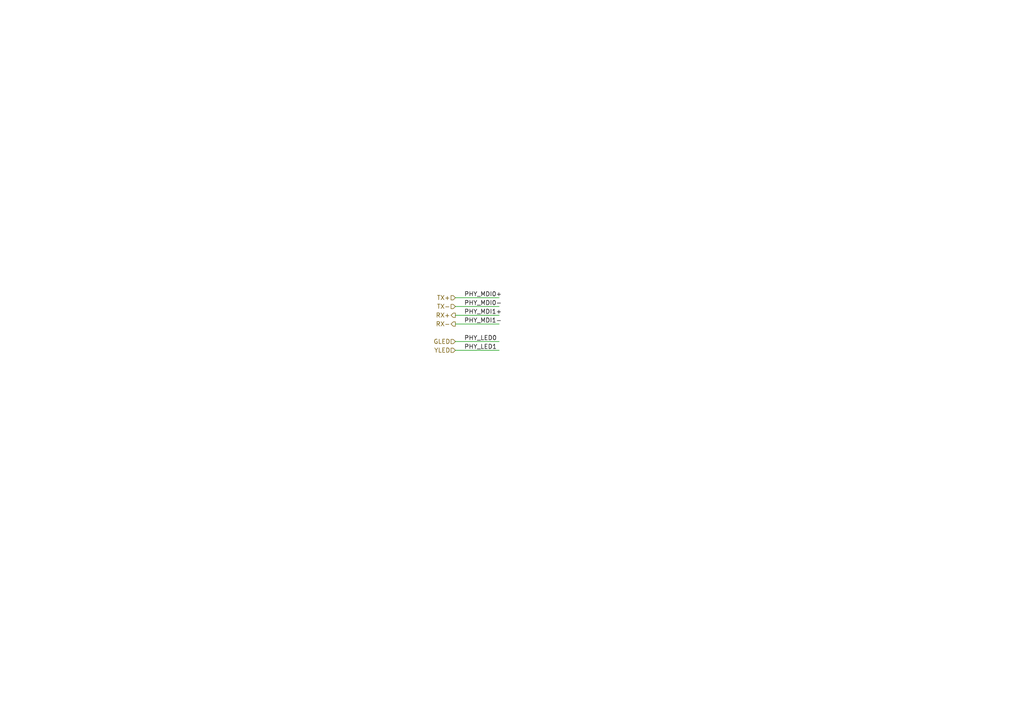
<source format=kicad_sch>
(kicad_sch
	(version 20250114)
	(generator "eeschema")
	(generator_version "9.0")
	(uuid "1b91038a-213e-4934-a8b1-0e64ec9807d5")
	(paper "A4")
	(title_block
		(date "2026-01-09")
		(rev "1.0.0")
	)
	(lib_symbols)
	(wire
		(pts
			(xy 132.08 101.6) (xy 144.78 101.6)
		)
		(stroke
			(width 0)
			(type default)
		)
		(uuid "25e60fc6-ffb5-445f-bc8e-709b9c106ca1")
	)
	(wire
		(pts
			(xy 132.08 91.44) (xy 144.78 91.44)
		)
		(stroke
			(width 0)
			(type default)
		)
		(uuid "2d8501e1-0393-412b-bad4-0ea36ebbe9e7")
	)
	(wire
		(pts
			(xy 132.08 88.9) (xy 144.78 88.9)
		)
		(stroke
			(width 0)
			(type default)
		)
		(uuid "3dec9c94-a828-485d-a2c4-95dc87995862")
	)
	(wire
		(pts
			(xy 132.08 86.36) (xy 144.78 86.36)
		)
		(stroke
			(width 0)
			(type default)
		)
		(uuid "4499ebff-046e-469a-8ec1-ace98a737b3d")
	)
	(wire
		(pts
			(xy 132.08 93.98) (xy 144.78 93.98)
		)
		(stroke
			(width 0)
			(type default)
		)
		(uuid "5a0eb219-39c0-4273-a9d0-8e709707277e")
	)
	(wire
		(pts
			(xy 132.08 99.06) (xy 144.78 99.06)
		)
		(stroke
			(width 0)
			(type default)
		)
		(uuid "e4ce4871-73ab-4367-b60b-0f72a0215ff5")
	)
	(label "PHY_LED0"
		(at 134.62 99.06 0)
		(effects
			(font
				(size 1.27 1.27)
			)
			(justify left bottom)
		)
		(uuid "0c1d2114-1e39-490d-99c4-0652863f37bb")
	)
	(label "PHY_LED1"
		(at 134.62 101.6 0)
		(effects
			(font
				(size 1.27 1.27)
			)
			(justify left bottom)
		)
		(uuid "3f27d8f9-6cf8-499f-b0f5-1a007d355f49")
	)
	(label "PHY_MDI0+"
		(at 134.62 86.36 0)
		(effects
			(font
				(size 1.27 1.27)
			)
			(justify left bottom)
		)
		(uuid "55e28410-f9a7-4f5c-9255-342ed8425afe")
	)
	(label "PHY_MDI0-"
		(at 134.62 88.9 0)
		(effects
			(font
				(size 1.27 1.27)
			)
			(justify left bottom)
		)
		(uuid "7e8ba464-b69a-4e5f-a04c-f8ac6a138b86")
	)
	(label "PHY_MDI1-"
		(at 134.62 93.98 0)
		(effects
			(font
				(size 1.27 1.27)
			)
			(justify left bottom)
		)
		(uuid "a068e8fc-a969-4cbd-b50b-127a12a92141")
	)
	(label "PHY_MDI1+"
		(at 134.62 91.44 0)
		(effects
			(font
				(size 1.27 1.27)
			)
			(justify left bottom)
		)
		(uuid "f42b2436-f9d4-47b1-b0c1-3fb94ad79a53")
	)
	(hierarchical_label "YLED"
		(shape input)
		(at 132.08 101.6 180)
		(effects
			(font
				(size 1.27 1.27)
			)
			(justify right)
		)
		(uuid "09d1e725-ce44-420a-867b-dd2831b35c1e")
	)
	(hierarchical_label "RX+"
		(shape output)
		(at 132.08 91.44 180)
		(effects
			(font
				(size 1.27 1.27)
			)
			(justify right)
		)
		(uuid "142846e9-f750-4ea9-a13e-e2fabb59ec45")
	)
	(hierarchical_label "TX+"
		(shape input)
		(at 132.08 86.36 180)
		(effects
			(font
				(size 1.27 1.27)
			)
			(justify right)
		)
		(uuid "9142eb79-04f8-4522-8889-675ba67d1a8d")
	)
	(hierarchical_label "RX-"
		(shape output)
		(at 132.08 93.98 180)
		(effects
			(font
				(size 1.27 1.27)
			)
			(justify right)
		)
		(uuid "b81a23b9-e632-4547-9d5d-8a6d317f09de")
	)
	(hierarchical_label "GLED"
		(shape input)
		(at 132.08 99.06 180)
		(effects
			(font
				(size 1.27 1.27)
			)
			(justify right)
		)
		(uuid "bc52d92e-c757-4d9a-a8fe-1843980592b0")
	)
	(hierarchical_label "TX-"
		(shape input)
		(at 132.08 88.9 180)
		(effects
			(font
				(size 1.27 1.27)
			)
			(justify right)
		)
		(uuid "dbe6eb9d-c251-403d-b431-ad7b0abc65dc")
	)
)

</source>
